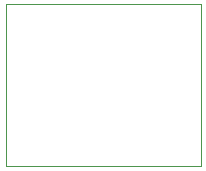
<source format=gbr>
%TF.GenerationSoftware,KiCad,Pcbnew,8.0.0-dirty*%
%TF.CreationDate,2024-03-12T22:33:29-04:00*%
%TF.ProjectId,MotorDriverVNH,4d6f746f-7244-4726-9976-6572564e482e,rev?*%
%TF.SameCoordinates,Original*%
%TF.FileFunction,Profile,NP*%
%FSLAX46Y46*%
G04 Gerber Fmt 4.6, Leading zero omitted, Abs format (unit mm)*
G04 Created by KiCad (PCBNEW 8.0.0-dirty) date 2024-03-12 22:33:29*
%MOMM*%
%LPD*%
G01*
G04 APERTURE LIST*
%TA.AperFunction,Profile*%
%ADD10C,0.100000*%
%TD*%
G04 APERTURE END LIST*
D10*
X69596000Y-64770000D02*
X86106000Y-64770000D01*
X86106000Y-78486000D01*
X69596000Y-78486000D01*
X69596000Y-64770000D01*
M02*

</source>
